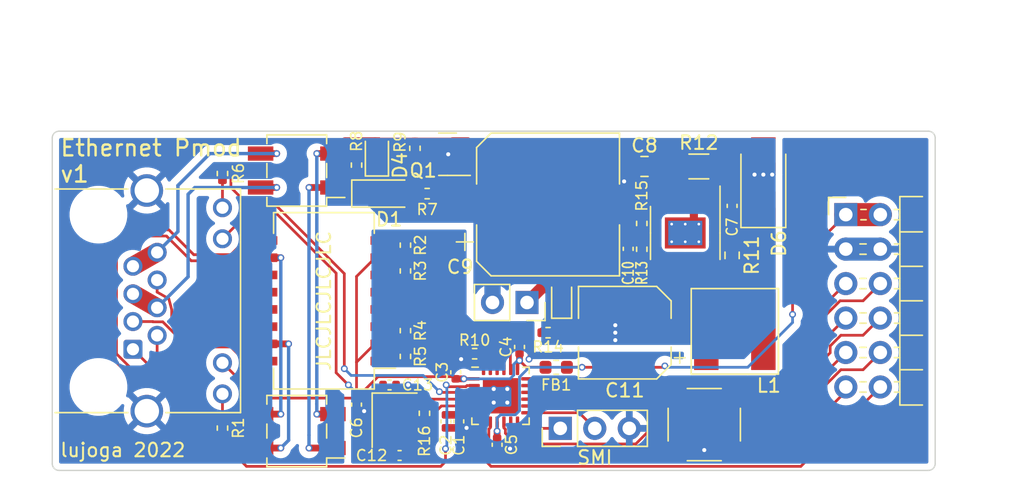
<source format=kicad_pcb>
(kicad_pcb (version 20211014) (generator pcbnew)

  (general
    (thickness 1.6)
  )

  (paper "A4")
  (layers
    (0 "F.Cu" signal)
    (31 "B.Cu" signal)
    (32 "B.Adhes" user "B.Adhesive")
    (33 "F.Adhes" user "F.Adhesive")
    (34 "B.Paste" user)
    (35 "F.Paste" user)
    (36 "B.SilkS" user "B.Silkscreen")
    (37 "F.SilkS" user "F.Silkscreen")
    (38 "B.Mask" user)
    (39 "F.Mask" user)
    (40 "Dwgs.User" user "User.Drawings")
    (41 "Cmts.User" user "User.Comments")
    (42 "Eco1.User" user "User.Eco1")
    (43 "Eco2.User" user "User.Eco2")
    (44 "Edge.Cuts" user)
    (45 "Margin" user)
    (46 "B.CrtYd" user "B.Courtyard")
    (47 "F.CrtYd" user "F.Courtyard")
    (48 "B.Fab" user)
    (49 "F.Fab" user)
    (50 "User.1" user)
    (51 "User.2" user)
    (52 "User.3" user)
    (53 "User.4" user)
    (54 "User.5" user)
    (55 "User.6" user)
    (56 "User.7" user)
    (57 "User.8" user)
    (58 "User.9" user)
  )

  (setup
    (stackup
      (layer "F.SilkS" (type "Top Silk Screen") (color "White"))
      (layer "F.Paste" (type "Top Solder Paste"))
      (layer "F.Mask" (type "Top Solder Mask") (color "Black") (thickness 0.01))
      (layer "F.Cu" (type "copper") (thickness 0.035))
      (layer "dielectric 1" (type "core") (thickness 1.51) (material "FR4") (epsilon_r 4.5) (loss_tangent 0.02))
      (layer "B.Cu" (type "copper") (thickness 0.035))
      (layer "B.Mask" (type "Bottom Solder Mask") (color "Black") (thickness 0.01))
      (layer "B.Paste" (type "Bottom Solder Paste"))
      (layer "B.SilkS" (type "Bottom Silk Screen") (color "White"))
      (copper_finish "HAL lead-free")
      (dielectric_constraints no)
    )
    (pad_to_mask_clearance 0)
    (pcbplotparams
      (layerselection 0x00010fc_ffffffff)
      (disableapertmacros false)
      (usegerberextensions false)
      (usegerberattributes true)
      (usegerberadvancedattributes true)
      (creategerberjobfile true)
      (svguseinch false)
      (svgprecision 6)
      (excludeedgelayer true)
      (plotframeref false)
      (viasonmask false)
      (mode 1)
      (useauxorigin false)
      (hpglpennumber 1)
      (hpglpenspeed 20)
      (hpglpendiameter 15.000000)
      (dxfpolygonmode true)
      (dxfimperialunits true)
      (dxfusepcbnewfont true)
      (psnegative false)
      (psa4output false)
      (plotreference true)
      (plotvalue true)
      (plotinvisibletext false)
      (sketchpadsonfab false)
      (subtractmaskfromsilk false)
      (outputformat 1)
      (mirror false)
      (drillshape 1)
      (scaleselection 1)
      (outputdirectory "")
    )
  )

  (net 0 "")
  (net 1 "+1V2")
  (net 2 "GND")
  (net 3 "VDDA")
  (net 4 "+3V3")
  (net 5 "Net-(C7-Pad1)")
  (net 6 "Net-(C7-Pad2)")
  (net 7 "VDC")
  (net 8 "GND1")
  (net 9 "+5V")
  (net 10 "Net-(C10-Pad2)")
  (net 11 "Net-(D1-Pad2)")
  (net 12 "/DC+A")
  (net 13 "Net-(D2-Pad3)")
  (net 14 "/DC-A")
  (net 15 "/DC+B")
  (net 16 "/DC-B")
  (net 17 "Net-(D4-Pad1)")
  (net 18 "Net-(D5-Pad1)")
  (net 19 "/LED2")
  (net 20 "/LED1")
  (net 21 "/RXD1")
  (net 22 "/RXER")
  (net 23 "/REFCLK")
  (net 24 "/TXD0")
  (net 25 "/RXD0")
  (net 26 "/CRS_DV")
  (net 27 "/TXEN")
  (net 28 "/TXD1")
  (net 29 "/MDIO")
  (net 30 "/MDC")
  (net 31 "/TXN")
  (net 32 "/TXP")
  (net 33 "/RXN")
  (net 34 "/RXP")
  (net 35 "Net-(R10-Pad1)")
  (net 36 "Net-(R11-Pad1)")
  (net 37 "Net-(R12-Pad2)")
  (net 38 "Net-(SW1-Pad2)")
  (net 39 "Net-(C12-Pad1)")
  (net 40 "Net-(C13-Pad1)")
  (net 41 "unconnected-(U2-Pad6)")
  (net 42 "unconnected-(U2-Pad7)")
  (net 43 "Net-(R16-Pad2)")
  (net 44 "/RX-")
  (net 45 "/RX+")
  (net 46 "/TX-")
  (net 47 "/TX+")
  (net 48 "Net-(J1-Pad9)")
  (net 49 "Net-(J1-Pad12)")

  (footprint "Capacitor_SMD:C_0402_1005Metric" (layer "F.Cu") (at 142.33 106.2))

  (footprint "Capacitor_SMD:C_0402_1005Metric" (layer "F.Cu") (at 159.9 96.17 90))

  (footprint "Resistor_SMD:R_0603_1608Metric" (layer "F.Cu") (at 167.55 96.65 90))

  (footprint "Resistor_SMD:R_0402_1005Metric" (layer "F.Cu") (at 143.5 104.1 -90))

  (footprint "Connector_PinHeader_2.54mm:PinHeader_1x03_P2.54mm_Vertical" (layer "F.Cu") (at 154.9 109.4 90))

  (footprint "Capacitor_SMD:C_0402_1005Metric" (layer "F.Cu") (at 143.07 111.4 180))

  (footprint "Package_TO_SOT_SMD:SOT-23" (layer "F.Cu") (at 146.6 89.2 180))

  (footprint "Capacitor_SMD:CP_Elec_10x10" (layer "F.Cu") (at 154 92.9))

  (footprint "Connector_PinSocket_2.54mm:PinSocket_1x02_P2.54mm_Vertical" (layer "F.Cu") (at 152.45 100.125 -90))

  (footprint "Capacitor_SMD:C_0402_1005Metric" (layer "F.Cu") (at 147.2 105.27 90))

  (footprint "Capacitor_SMD:CP_Elec_6.3x7.7" (layer "F.Cu") (at 159.65 102.35 180))

  (footprint "Resistor_SMD:R_0402_1005Metric" (layer "F.Cu") (at 148.595 103.9 180))

  (footprint "Diode_SMD:D_SMA" (layer "F.Cu") (at 169.85 91.2 90))

  (footprint "Inductor_SMD:L_0603_1608Metric" (layer "F.Cu") (at 154.6 104.9 180))

  (footprint "Resistor_SMD:R_0402_1005Metric" (layer "F.Cu") (at 130.03 90.62 -90))

  (footprint "Resistor_SMD:R_0402_1005Metric" (layer "F.Cu") (at 143.5 102.2 90))

  (footprint "Capacitor_SMD:C_0402_1005Metric" (layer "F.Cu") (at 139.9 107.65 -90))

  (footprint "Connector_PinHeader_2.54mm:PinHeader_2x06_P2.54mm_Horizontal" (layer "F.Cu") (at 175.92 93.65))

  (footprint "Resistor_SMD:R_0402_1005Metric" (layer "F.Cu") (at 143.5 95.9 90))

  (footprint "LED_SMD:LED_0603_1608Metric" (layer "F.Cu") (at 155 99.8 90))

  (footprint "ethernet-pmod:Diode_Bridge_Diodes_MBF" (layer "F.Cu") (at 135.5 109.6 180))

  (footprint "Resistor_SMD:R_0402_1005Metric" (layer "F.Cu") (at 144.9 108.29 90))

  (footprint "ethernet-pmod:L_Cenker_CKCS60xx" (layer "F.Cu") (at 167.75 102.25 180))

  (footprint "Capacitor_SMD:C_0402_1005Metric" (layer "F.Cu") (at 151.9 103.4 90))

  (footprint "ethernet-pmod:Transformer_Ethernet_HanRun_HY601742" (layer "F.Cu") (at 137.5 100 90))

  (footprint "Resistor_SMD:R_0402_1005Metric" (layer "F.Cu") (at 130.03 109.38 90))

  (footprint "Capacitor_SMD:C_0402_1005Metric" (layer "F.Cu") (at 167.55 93.005 90))

  (footprint "Resistor_SMD:R_0402_1005Metric" (layer "F.Cu") (at 160.9 94.3 90))

  (footprint "Resistor_SMD:R_1206_3216Metric" (layer "F.Cu") (at 165.1 90.1))

  (footprint "Capacitor_SMD:C_0402_1005Metric" (layer "F.Cu") (at 147.43 108.885 -90))

  (footprint "ethernet-pmod:SW_Push_SPST_NO_XKB_TS-1187A-X-X-X" (layer "F.Cu") (at 165.5 109.125 180))

  (footprint "Resistor_SMD:R_0402_1005Metric" (layer "F.Cu") (at 139.9 90 90))

  (footprint "Capacitor_SMD:C_0402_1005Metric" (layer "F.Cu") (at 150.25 110.61 -90))

  (footprint "Diode_SMD:D_SOD-123" (layer "F.Cu") (at 141.8 92.1))

  (footprint "Package_SO:SOIC-8-1EP_3.9x4.9mm_P1.27mm_EP2.29x3mm_ThermalVias" (layer "F.Cu") (at 164.1 95 -90))

  (footprint "Package_DFN_QFN:QFN-24-1EP_4x4mm_P0.5mm_EP2.6x2.6mm" (layer "F.Cu") (at 150.5 107))

  (footprint "Resistor_SMD:R_0402_1005Metric" (layer "F.Cu") (at 144.2 88.76 90))

  (footprint "Diode_SMD:D_SOD-323" (layer "F.Cu") (at 141.4 89.3 90))

  (footprint "ethernet-pmod:RJ45_Ckmtw_R-RJ45R08P-C000" (layer "F.Cu") (at 123.44 103.57 180))

  (footprint "Resistor_SMD:R_0402_1005Metric" (layer "F.Cu") (at 160.9 96.2 90))

  (footprint "ethernet-pmod:Diode_Bridge_Diodes_MBF" (layer "F.Cu") (at 135.5 90.4 180))

  (footprint "Resistor_SMD:R_0402_1005Metric" (layer "F.Cu") (at 145.1 92.1))

  (footprint "Capacitor_SMD:C_0402_1005Metric" (layer "F.Cu") (at 146.48 108.885 -90))

  (footprint "Resistor_SMD:R_0402_1005Metric" (layer "F.Cu") (at 154 102.35))

  (footprint "Capacitor_SMD:C_0805_2012Metric" (layer "F.Cu") (at 161.1 90.1 180))

  (footprint "Crystal:Crystal_SMD_3225-4Pin_3.2x2.5mm" (layer "F.Cu") (at 142.7 108.8 -90))

  (footprint "Resistor_SMD:R_0402_1005Metric" (layer "F.Cu") (at 143.5 97.8 -90))

  (gr_arc (start 118 112.5) (mid 117.646447 112.353553) (end 117.5 112) (layer "Edge.Cuts") (width 0.1) (tstamp 1b27b212-f6be-4361-93af-1345adfd78d1))
  (gr_line (start 118 112.5) (end 182 112.5) (layer "Edge.Cuts") (width 0.1) (tstamp 1bbd6a17-a3a4-4d64-91fb-960dc8c86e3e))
  (gr_line (start 182 87.5) (end 118 87.5) (layer "Edge.Cuts") (width 0.1) (tstamp 32c682dc-0d51-48d4-ad7a-67bb52e887c8))
  (gr_arc (start 182 87.5) (mid 182.353553 87.646447) (end 182.5 88) (layer "Edge.Cuts") (width 0.1) (tstamp 3739c676-d3f3-463a-8136-ee33186e8883))
  (gr_arc (start 182.5 112) (mid 182.353553 112.353553) (end 182 112.5) (layer "Edge.Cuts") (width 0.1) (tstamp 38f7f5bc-f429-4925-96e0-70c773485a6f))
  (gr_line (start 182.5 112) (end 182.5 88) (layer "Edge.Cuts") (width 0.1) (tstamp b0dd6ee3-0ec1-4fe6-a3ac-dff8fc4acf34))
  (gr_arc (start 117.5 88) (mid 117.646447 87.646447) (end 118 87.5) (layer "Edge.Cuts") (width 0.1) (tstamp bd0f7918-d1af-4a58-8a81-84ecff580770))
  (gr_line (start 117.5 88) (end 117.5 112) (layer "Edge.Cuts") (width 0.1) (tstamp ef6d9a30-d751-4692-98e4-c6aaec6df432))
  (gr_text "Ethernet Pmod\nv1" (at 118 89.7) (layer "F.SilkS") (tstamp 26f739ef-9b16-4e32-b3a8-47bf49a8fc19)
    (effects (font (size 1.2 1.2) (thickness 0.18)) (justify left))
  )
  (gr_text "lujoga 2022" (at 118 111) (layer "F.SilkS") (tstamp 4d0b6203-bce9-455d-a850-93c4d816b539)
    (effects (font (size 1 1) (thickness 0.15)) (justify left))
  )
  (gr_text "JLCJLCJLCJLC" (at 137.5 100 90) (layer "F.SilkS") (tstamp 99e86908-ec7f-4cc6-a39a-a78be558ca0a)
    (effects (font (size 1 1) (thickness 0.15)))
  )
  (gr_text "SMI" (at 157.44 111.55) (layer "F.SilkS") (tstamp c0834801-ae31-4120-8fe4-99c5f4a96bbf)
    (effects (font (size 1 1) (thickness 0.15)))
  )

  (segment (start 148.5625 108.25) (end 147.585 108.25) (width 0.25) (layer "F.Cu") (net 1) (tstamp 3e80706d-c6f4-433e-8c6d-982d91fdb1c8))
  (segment (start 147.585 108.25) (end 147.43 108.405) (width 0.2) (layer "F.Cu") (net 1) (tstamp a283d39f-18ac-4144-9a42-92362a186988))
  (segment (start 146.48 108.405) (end 147.43 108.405) (width 0.56) (layer "F.Cu") (net 1) (tstamp dd5f3127-fc4a-4902-854d-ce706717059f))
  (segment (start 130.03 95.43) (end 132.06 93.4) (width 0.2) (layer "F.Cu") (net 2) (tstamp 0257fa17-2d1e-42d6-b3e1-786a3a864805))
  (segment (start 152.6 103.62) (end 152.6 104.3) (width 0.2) (layer "F.Cu") (net 2) (tstamp 10f607a4-6565-4f9d-828c-594a3c628599))
  (segment (start 147.43 109.365) (end 148 109.365) (width 0.5) (layer "F.Cu") (net 2) (tstamp 287ac16b-5b6d-4454-a3ce-51d32651389e))
  (segment (start 141.85 109.9) (end 141.85 110.66) (width 0.2) (layer "F.Cu") (net 2) (tstamp 28942f2b-d9e3-4c52-87eb-09e7c663945b))
  (segment (start 143.55 106.94) (end 142.81 106.2) (width 0.2) (layer "F.Cu") (net 2) (tstamp 2f6ead31-9746-4526-8077-db5689921c68))
  (segment (start 140.46 108.13) (end 140.46 110.26) (width 0.2) (layer "F.Cu") (net 2) (tstamp 43dd5961-4f23-4b41-b38c-f9ccdef60f86))
  (segment (start 138.4 97.965686) (end 138.4 105.3) (width 0.2) (layer "F.Cu") (net 2) (tstamp 4583d555-e7eb-4a16-9208-11cbf49f0ff9))
  (segment (start 141.85 110.66) (end 142.59 111.4) (width 0.2) (layer "F.Cu") (net 2) (tstamp 481e057d-4b95-44b7-b993-948483742d60))
  (segment (start 150.25 111.09) (end 151.01 111.09) (width 0.2) (layer "F.Cu") (net 2) (tstamp 4bbd492c-ba37-4b56-b4b9-e94f21477695))
  (segment (start 151.9 102.92) (end 152.6 103.62) (width 0.2) (layer "F.Cu") (net 2) (tstamp 4f8f6504-c4e8-4f74-bd17-7c9f38a89e6d))
  (segment (start 165.5 111) (end 168.5 111) (width 0.2) (layer "F.Cu") (net 2) (tstamp 530349b6-b4a3-4e20-ac09-dc9e88e059cb))
  (segment (start 139.9 108.13) (end 140.46 108.13) (width 0.5) (layer "F.Cu") (net 2) (tstamp 5d90edda-2ff1-43c2-9acc-be3e981434d3))
  (segment (start 140.46 110.26) (end 141.6 111.4) (width 0.2) (layer "F.Cu") (net 2) (tstamp 663a6b8f-359d-4686-bc2e-040864544f7b))
  (segment (start 133.834314 93.4) (end 138.4 97.965686) (width 0.2) (layer "F.Cu") (net 2) (tstamp 669a9b97-b69c-499b-a464-8e255bd1f7dc))
  (segment (start 142.81 106.2) (end 143.7 106.2) (width 0.2) (layer "F.Cu") (net 2) (tstamp 7a24eac3-70b2-40b0-beb7-cd58f566b7b6))
  (segment (start 148.085 103.9) (end 148 103.9) (width 0.2) (layer "F.Cu") (net 2) (tstamp 84cea9be-8c74-454a-967f-5fc23d956ef6))
  (segment (start 147.2 104.79) (end 147.2 104.7) (width 0.2) (layer "F.Cu") (net 2) (tstamp 8741755f-0750-4e46-af45-65b4fc49f2e0))
  (segment (start 162.5 111) (end 165.5 111) (width 0.2) (layer "F.Cu") (net 2) (tstamp 95ec16c5-d805-424e-9c2c-914311955ff9))
  (segment (start 147.2 104.7) (end 147.6 104.3) (width 0.2) (layer "F.Cu") (net 2) (tstamp a5e58745-fe73-4566-a34d-cc37409445e8))
  (segment (start 132.06 93.4) (end 133.834314 93.4) (width 0.2) (layer "F.Cu") (net 2) (tstamp ac68e3b7-ca4b-4c10-88fe-7c10c266651c))
  (segment (start 141.6 111.4) (end 142.59 111.4) (width 0.2) (layer "F.Cu") (net 2) (tstamp af36d0ab-0da9-48d9-a51c-d40b69b9d9f9))
  (segment (start 148 103.9) (end 147.6 104.3) (width 0.2) (layer "F.Cu") (net 2) (tstamp b7a7a1de-6976-48ba-ad43-32488427143a))
  (segment (start 151.01 111.09) (end 151.2 110.9) (width 0.2) (layer "F.Cu") (net 2) (tstamp dcf6fed0-f763-47f1-ab3e-c86b494bee31))
  (segment (start 138.4 105.3) (end 139.3 106.2) (width 0.2) (layer "F.Cu") (net 2) (tstamp e8444c10-d001-49d7-b1f9-8f41d4cef0b8))
  (segment (start 143.55 107.7) (end 143.55 106.94) (width 0.2) (layer "F.Cu") (net 2) (tstamp f978c38e-371c-4e7c-bd85-ac630bc4ea4e))
  (segment (start 146.48 109.365) (end 147.43 109.365) (width 0.56) (layer "F.Cu") (net 2) (tstamp fe977e65-2904-416c-86cf-b60d84b3e196))
  (via (at 140.46 108.13) (size 0.5) (drill 0.3) (layers "F.Cu" "B.Cu") (net 2) (tstamp 0ea11515-b8a7-4900-a85b-fc084bae88a7))
  (via (at 151 106.5) (size 0.5) (drill 0.3) (layers "F.Cu" "B.Cu") (net 2) (tstamp 141187c8-acb9-48ee-8c39-75b68e6dbefd))
  (via (at 152.6 104.3) (size 0.5) (drill 0.3) (layers "F.Cu" "B.Cu") (net 2) (tstamp 1fc6e023-708c-49c1-aec2-4573625b365c))
  (via (at 148 109.365) (size 0.5) (drill 0.3) (layers "F.Cu" "B.Cu") (net 2) (tstamp 418b3c58-f04d-449b-8619-d84d200cafe2))
  (via (at 151.2 110.9) (size 0.5) (drill 0.3) (layers "F.Cu" "B.Cu") (net 2) (tstamp 502e624f-310d-4782-8e18-4c079c90f211))
  (via (at 150 107.5) (size 0.5) (drill 0.3) (layers "F.Cu" "B.Cu") (net 2) (tstamp 56ea6aa9-dc9e-493d-9df5-9a16e566104d))
  (via (at 139.3 106.2) (size 0.5) (drill 0.3) (layers "F.Cu" "B.Cu") (net 2) (tstamp 77bd17c4-39c7-4c56-9b97-7f177c5c4cd6))
  (via (at 150 106.5) (size 0.5) (drill 0.3) (layers "F.Cu" "B.Cu") (net 2) (tstamp 98c707fb-10f6-4902-bb35-9c83e8478fa3))
  (via (at 165.5 111) (size 0.5) (drill 0.3) (layers "F.Cu" "B.Cu") (net 2) (tstamp a104581f-f547-44e6-831a-428fcf307e3b))
  (via (at 147.6 104.3) (size 0.5) (drill 0.3) (layers "F.Cu" "B.Cu") (net 2) (tstamp ada0a173-3850-4033-b924-952aac4ac100))
  (via (at 151 107.5) (size 0.5) (drill 0.3) (layers "F.Cu" "B.Cu") (net 2) (tstamp c2bc572c-0291-4be2-addd-82566985b7f9))
  (via (at 143.7 106.2) (size 0.5) (drill 0.3) (layers "F.Cu" "B.Cu") (net 2) (tstamp feaac4c8-c1e8-4f7c-b36a-ed6f3547affe))
  (segment (start 140.46 107.36) (end 140.46 108.13) (width 0.2) (layer "B.Cu") (net 2) (tstamp 369baf4e-7dcf-4d93-9460-4ae76072e34d))
  (segment (start 178.46 96.19) (end 175.92 96.19) (width 1.7) (layer "B.Cu") (net 2) (tstamp b6df3ba1-8be2-40a2-bc38-5dbd43f6415d))
  (segment (start 139.3 106.2) (end 140.46 107.36) (width 0.2) (layer "B.Cu") (net 2) (tstamp fa5aeada-de67-4e55-a84f-514569e7024c))
  (segment (start 141.8815 96.825) (end 143.5 96.825) (width 0.635) (layer "F.Cu") (net 3) (tstamp 0a2e5559-c07d-49e8-b857-517a71a052da))
  (segment (start 141.2465 103.175) (end 141.8815 103.175) (width 0.2) (layer "F.Cu") (net 3) (tstamp 2b0a7048-5ace-4e18-81ec-c81809990472))
  (segment (start 139.9 104.5215) (end 141.2465 103.175) (width 0.2) (layer "F.Cu") (net 3) (tstamp 3034a184-5370-4e20-9076-bbda36bc86f6))
  (segment (start 130.03 104.57) (end 132.63 107.17) (width 0.2) (layer "F.Cu") (net 3) (tstamp 43eb65d1-73ea-493a-b2df-813f1e02a01c))
  (segment (start 143.5 96.825) (end 143.5 96.46) (width 0.64) (layer "F.Cu") (net 3) (tstamp 49ca1a79-c206-4804-8269-76dbfb51b9fc))
  (segment (start 132.63 107.17) (end 139.9 107.17) (width 0.2) (layer "F.Cu") (net 3) (tstamp 4b0b770e-8383-4593-b03a-0ce55f47f957))
  (segment (start 141.2815 96.825) (end 141.8815 96.825) (width 0.2) (layer "F.Cu") (net 3) (tstamp 5cee7055-bee2-4d6c-959c-2a642bd58431))
  (segment (start 141.48 105.59) (end 147.04 105.59) (width 0.2) (layer "F.Cu") (net 3) (tstamp 6d27f0c6-a481-42a3-8d0e-1924f93518e4))
  (segment (start 148.5625 105.75) (end 147.8 105.75) (width 0.25) (layer "F.Cu") (net 3) (tstamp 73d297e4-1a30-4fc9-ad8a-260acbbc4208))
  (segment (start 153.8125 104.9) (end 152.4 104.9) (width 0.2) (layer "F.Cu") (net 3) (tstamp 7b7d5c04-3a6c-4e12-874c-414d8bf7d03a))
  (segment (start 139.9 107.17) (end 139.9 104.5215) (width 0.2) (layer "F.Cu") (net 3) (tstamp 9a1658a5-13d5-4578-9851-353901aaf5e5))
  (segment (start 143.5 103.175) (end 143.5 103.54) (width 0.64) (layer "F.Cu") (net 3) (tstamp a43fee9c-8871-41f8-97f1-9f6c00c7b4e2))
  (segment (start 151.75 104.55) (end 151.9 104.4) (width 0.25) (layer "F.Cu") (net 3) (tstamp a454001e-a93a-4a18-ab37-5c848b55d5aa))
  (segment (start 141.48 105.59) (end 139.9 107.17) (width 0.2) (layer "F.Cu") (net 3) (tstamp afdc8260-a7dd-4404-af03-08a278e3e7e8))
  (segment (start 152.4 104.9) (end 151.9 104.4) (width 0.2) (layer "F.Cu") (net 3) (tstamp b990ead8-0fd9-4bf9-95b3-7916a5196ca8))
  (segment (start 143.5 103.175) (end 143.5 102.76) (width 0.64) (layer "F.Cu") (net 3) (tstamp c22970c3-ece2-46a3-ac73-8343ec6308c9))
  (segment (start 139.9 104.5215) (end 139.9 98.2065) (width 0.2) (layer "F.Cu") (net 3) (tstamp c4083b2f-6079-4af8-b559-0bee4c23d98d))
  (segment (start 151.9 103.88) (end 151.9 104.4) (width 0.5) (layer "F.Cu") (net 3) (tstamp c8ac7f13-1c25-46fc-9048-7c1bd1cc296f))
  (segment (start 139.9 98.2065) (end 141.2815 96.825) (width 0.2) (layer "F.Cu") (net 3) (tstamp d787e51e-0ee7-4f65-a98a-c1b17fcdc6ff))
  (segment (start 151.75 105.0625) (end 151.75 104.55) (width 0.25) (layer "F.Cu") (net 3) (tstamp ee9e7793-331c-42d0-92d0-8756eff73a77))
  (segment (start 141.8815 103.175) (end 143.5 103.175) (width 0.635) (layer "F.Cu") (net 3) (tstamp f3235dcd-e288-42d6-8d8d-9c43fb82393b))
  (segment (start 147.2 105.75) (end 147.8 105.75) (width 0.5) (layer "F.Cu") (net 3) (tstamp f3864112-57c6-4164-a319-9db3f5f9748f))
  (segment (start 143.5 96.825) (end 143.5 97.24) (width 0.64) (layer "F.Cu") (net 3) (tstamp f7342e01-63ec-4da2-b814-980848094708))
  (segment (start 147.04 105.59) (end 147.2 105.75) (width 0.2) (layer "F.Cu") (net 3) (tstamp f7ecdf4c-1860-42cc-b1a4-4c66d1094f8d))
  (via (at 147.8 105.75) (size 0.5) (drill 0.3) (layers "F.Cu" "B.Cu") (net 3) (tstamp 78ed7c86-53df-4bf4-afd1-18f44199479e))
  (via (at 151.9 104.4) (size 0.5) (drill 0.3) (layers "F.Cu" "B.Cu") (net 3) (tstamp c45316ca-7153-4e86-952a-c944e5e56600))
  (segment (start 151.9 104.4) (end 151.75 104.4) (width 0.2) (layer "B.Cu") (net 3) (tstamp 27ec69e8-177f-44e1-b1eb-25d0b7a413ca))
  (segment (start 151.475 104.675) (end 151.475 105.475) (width 0.2) (layer "B.Cu") (net 3) (tstamp 2c23e5ea-c925-437a-8d3f-8d7a28a5fa8e))
  (segment (start 151.475 105.475) (end 151.2 105.75) (width 0.2) (layer "B.Cu") (net 3) (tstamp 2dfbd494-43cd-40bb-a010-47f18854e47f))
  (segment (start 151.2 105.75) (end 147.8 105.75) (width 0.2) (layer "B.Cu") (net 3) (tstamp 911542d1-aaa4-4cbb-b750-e6052cf96e34))
  (segment (start 151.75 104.4) (end 151.475 104.675) (width 0.2) (layer "B.Cu") (net 3) (tstamp b4dab7ec-fa16-4a86-8527-3009d74c76fc))
  (segment (start 150.25 108.9375) (end 150.25 109.6) (width 0.25) (layer "F.Cu") (net 4) (tstamp 1a5a01bb-6e8f-4b34-8200-1498ca49e75c))
  (segment (start 155.3875 104.9) (end 156.5 104.9) (width 0.2) (layer "F.Cu") (net 4) (tstamp 339eee5b-1376-46b4-a8f9-373682db89ac))
  (segment (start 150.25 110.13) (end 150.25 109.6) (width 0.5) (layer "F.Cu") (net 4) (tstamp 3567b577-a78e-4b8c-aa3a-310a635f21e1))
  (segment (start 162.5 104.9) (end 162.6 104.8) (width 0.2) (layer "F.Cu") (net 4) (tstamp 3674573c-dea6-43f0-8cdb-2a0822680f15))
  (segment (start 175.92 93.65) (end 172 97.57) (width 0.2) (layer "F.Cu") (net 4) (tstamp 6b70ba68-930d-4a65-8d99-fe94bf8845e0))
  (segment (start 156.5 104.9) (end 162.5 104.9) (width 0.2) (layer "F.Cu") (net 4) (tstamp 80efa3ff-01be-4885-b263-063790aaf472))
  (segment (start 172 97.57) (end 172 101) (width 0.2) (layer "F.Cu") (net 4) (tstamp dd8369ab-4ade-4c86-8d5a-f22f43e8b2e8))
  (segment (start 178.46 93.65) (end 175.92 93.65) (width 1.7) (layer "F.Cu") (net 4) (tstamp e34bd66c-794d-41f4-aeac-0e8e7132dca5))
  (via (at 172 101) (size 0.5) (drill 0.3) (layers "F.Cu" "B.Cu") (net 4) (tstamp 0021c9f1-225b-488c-a343-217d1c28b9ae))
  (via (at 162.6 104.8) (size 0.5) (drill 0.3) (layers "F.Cu" "B.Cu") (net 4) (tstamp 04c5330f-e7d3-42e3-a693-a79ba448432b))
  (via (at 150.25 109.6) (size 0.5) (drill 0.3) (layers "F.Cu" "B.Cu") (net 4) (tstamp 898a80d3-f017-4a64-b9f3-df2e25c49985))
  (via (at 156.5 104.9) (size 0.5) (drill 0.3) (layers "F.Cu" "B.Cu") (net 4) (tstamp c0825006-4d57-4b92-831e-f8612effe0ca))
  (segment (start 172 101.6) (end 172 101) (width 0.2) (layer "B.Cu") (net 4) (tstamp 00a21060-324f-4b16-96f7-07916562102a))
  (segment (start 156.5 104.9) (end 152.615686 104.9) (width 0.2) (layer "B.Cu") (net 4) (tstamp 33a95aeb-52a0-4a9c-b861-e0a5e56b3beb))
  (segment (start 151.6 108.4) (end 150.5 108.4) (width 0.2) (layer "B.Cu") (net 4) (tstamp 3e054784-fc49-4bcb-9c47-44a269f4e782))
  (segment (start 162.6 104.8) (end 162.7 104.9) (width 0.2) (layer "B.Cu") (net 4) (tstamp 622e0582-33cb-454b-814c-418b0b2a0b28))
  (segment (start 150.5 108.4) (end 150.25 108.65) (width 0.2) (layer "B.Cu") (net 4) (tstamp 8721ad3d-617a-4d86-a677-337b68e78a3e))
  (segment (start 168.7 104.9) (end 172 101.6) (width 0.
... [152481 chars truncated]
</source>
